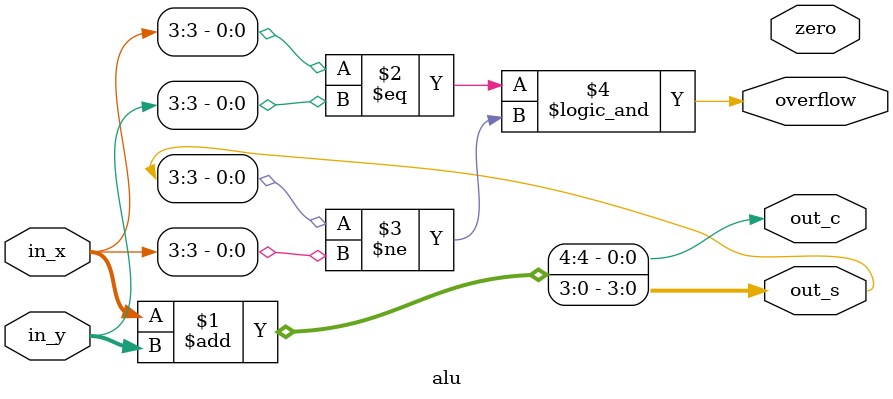
<source format=v>
module alu(
        input [3:0] in_x,
        input [3:0] in_y,
        output reg [3:0] out_s,
        output reg out_c,
        output reg zero,
        output reg overflow
    );
    assign {out_c, out_s} = in_x + in_y;
    assign overflow = (in_x[3] == in_y[3] && out_s[3] != in_x[3]);

endmodule

</source>
